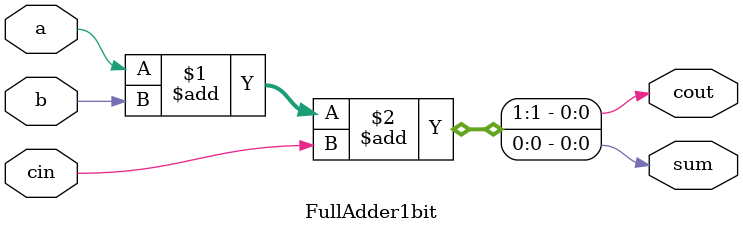
<source format=v>
module FullAdder1bit (input a,b,cin, output sum , cout);
	assign {cout,sum} = a + b + cin;
endmodule
</source>
